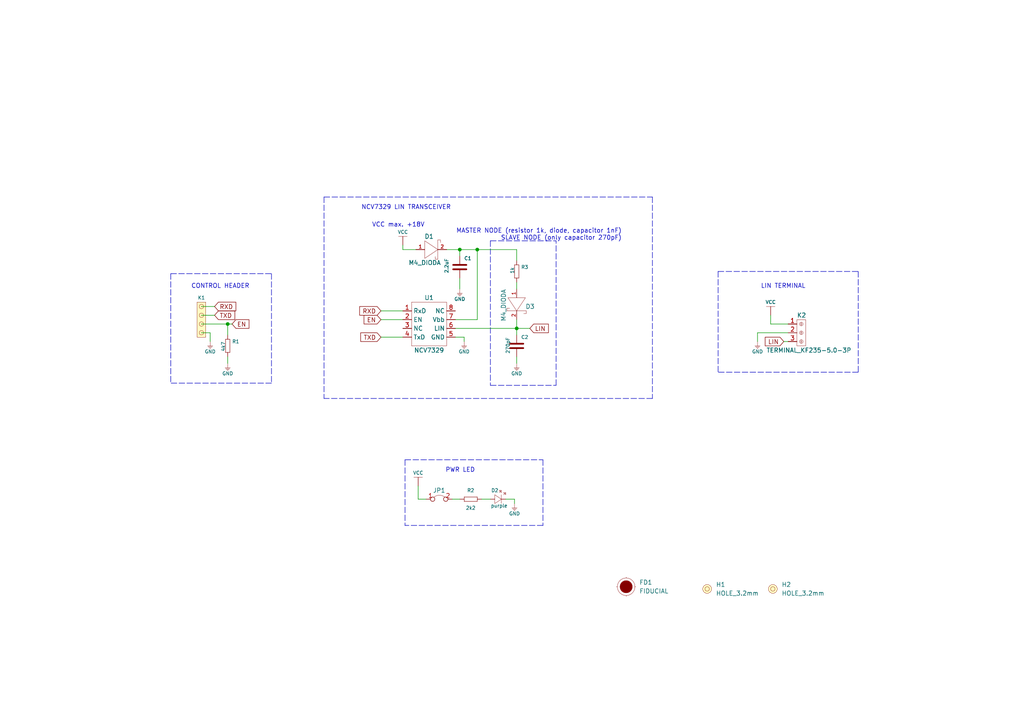
<source format=kicad_sch>
(kicad_sch (version 20211123) (generator eeschema)

  (uuid 76e213fa-eed6-4aa1-8abf-d226fe335ff2)

  (paper "A4")

  (title_block
    (title "LIN Transceiver NCV7329 MASTER breakout")
    (date "2021-07-14")
    (rev "V1.1.1.")
    (company "SOLDERED")
    (comment 1 "333026")
  )

  (lib_symbols
    (symbol "e-radionica.com schematics:0402LED" (pin_numbers hide) (pin_names (offset 0.254) hide) (in_bom yes) (on_board yes)
      (property "Reference" "D" (id 0) (at -0.635 2.54 0)
        (effects (font (size 1 1)))
      )
      (property "Value" "0402LED" (id 1) (at 0 -2.54 0)
        (effects (font (size 1 1)))
      )
      (property "Footprint" "e-radionica.com footprinti:0402LED" (id 2) (at 0 5.08 0)
        (effects (font (size 1 1)) hide)
      )
      (property "Datasheet" "" (id 3) (at 0 0 0)
        (effects (font (size 1 1)) hide)
      )
      (symbol "0402LED_0_1"
        (polyline
          (pts
            (xy -0.635 1.27)
            (xy 1.27 0)
          )
          (stroke (width 0.0006) (type default) (color 0 0 0 0))
          (fill (type none))
        )
        (polyline
          (pts
            (xy 0.635 1.905)
            (xy 1.27 2.54)
          )
          (stroke (width 0.0006) (type default) (color 0 0 0 0))
          (fill (type none))
        )
        (polyline
          (pts
            (xy 1.27 1.27)
            (xy 1.27 -1.27)
          )
          (stroke (width 0.0006) (type default) (color 0 0 0 0))
          (fill (type none))
        )
        (polyline
          (pts
            (xy 1.905 1.27)
            (xy 2.54 1.905)
          )
          (stroke (width 0.0006) (type default) (color 0 0 0 0))
          (fill (type none))
        )
        (polyline
          (pts
            (xy -0.635 1.27)
            (xy -0.635 -1.27)
            (xy 1.27 0)
          )
          (stroke (width 0.0006) (type default) (color 0 0 0 0))
          (fill (type none))
        )
        (polyline
          (pts
            (xy 1.27 2.54)
            (xy 0.635 2.54)
            (xy 1.27 1.905)
            (xy 1.27 2.54)
          )
          (stroke (width 0.0006) (type default) (color 0 0 0 0))
          (fill (type none))
        )
        (polyline
          (pts
            (xy 2.54 1.905)
            (xy 1.905 1.905)
            (xy 2.54 1.27)
            (xy 2.54 1.905)
          )
          (stroke (width 0.0006) (type default) (color 0 0 0 0))
          (fill (type none))
        )
      )
      (symbol "0402LED_1_1"
        (pin passive line (at -1.905 0 0) (length 1.27)
          (name "A" (effects (font (size 1.27 1.27))))
          (number "1" (effects (font (size 1.27 1.27))))
        )
        (pin passive line (at 2.54 0 180) (length 1.27)
          (name "K" (effects (font (size 1.27 1.27))))
          (number "2" (effects (font (size 1.27 1.27))))
        )
      )
    )
    (symbol "e-radionica.com schematics:0402R" (pin_numbers hide) (pin_names (offset 0.254)) (in_bom yes) (on_board yes)
      (property "Reference" "R" (id 0) (at -1.905 1.27 0)
        (effects (font (size 1 1)))
      )
      (property "Value" "0402R" (id 1) (at 0 -1.27 0)
        (effects (font (size 1 1)))
      )
      (property "Footprint" "e-radionica.com footprinti:0402R" (id 2) (at -2.54 1.905 0)
        (effects (font (size 1 1)) hide)
      )
      (property "Datasheet" "" (id 3) (at -2.54 1.905 0)
        (effects (font (size 1 1)) hide)
      )
      (symbol "0402R_0_1"
        (rectangle (start -1.905 -0.635) (end 1.905 -0.6604)
          (stroke (width 0.1) (type default) (color 0 0 0 0))
          (fill (type none))
        )
        (rectangle (start -1.905 0.635) (end -1.8796 -0.635)
          (stroke (width 0.1) (type default) (color 0 0 0 0))
          (fill (type none))
        )
        (rectangle (start -1.905 0.635) (end 1.905 0.6096)
          (stroke (width 0.1) (type default) (color 0 0 0 0))
          (fill (type none))
        )
        (rectangle (start 1.905 0.635) (end 1.9304 -0.635)
          (stroke (width 0.1) (type default) (color 0 0 0 0))
          (fill (type none))
        )
      )
      (symbol "0402R_1_1"
        (pin passive line (at -3.175 0 0) (length 1.27)
          (name "~" (effects (font (size 1.27 1.27))))
          (number "1" (effects (font (size 1.27 1.27))))
        )
        (pin passive line (at 3.175 0 180) (length 1.27)
          (name "~" (effects (font (size 1.27 1.27))))
          (number "2" (effects (font (size 1.27 1.27))))
        )
      )
    )
    (symbol "e-radionica.com schematics:0603C" (pin_numbers hide) (pin_names (offset 0.002)) (in_bom yes) (on_board yes)
      (property "Reference" "C" (id 0) (at -0.635 3.175 0)
        (effects (font (size 1 1)))
      )
      (property "Value" "0603C" (id 1) (at 0 -3.175 0)
        (effects (font (size 1 1)))
      )
      (property "Footprint" "e-radionica.com footprinti:0603C" (id 2) (at 0 0 0)
        (effects (font (size 1 1)) hide)
      )
      (property "Datasheet" "" (id 3) (at 0 0 0)
        (effects (font (size 1 1)) hide)
      )
      (symbol "0603C_0_1"
        (polyline
          (pts
            (xy -0.635 1.905)
            (xy -0.635 -1.905)
          )
          (stroke (width 0.5) (type default) (color 0 0 0 0))
          (fill (type none))
        )
        (polyline
          (pts
            (xy 0.635 1.905)
            (xy 0.635 -1.905)
          )
          (stroke (width 0.5) (type default) (color 0 0 0 0))
          (fill (type none))
        )
      )
      (symbol "0603C_1_1"
        (pin passive line (at -3.175 0 0) (length 2.54)
          (name "~" (effects (font (size 1.27 1.27))))
          (number "1" (effects (font (size 1.27 1.27))))
        )
        (pin passive line (at 3.175 0 180) (length 2.54)
          (name "~" (effects (font (size 1.27 1.27))))
          (number "2" (effects (font (size 1.27 1.27))))
        )
      )
    )
    (symbol "e-radionica.com schematics:0603R" (pin_numbers hide) (pin_names (offset 0.254)) (in_bom yes) (on_board yes)
      (property "Reference" "R" (id 0) (at -1.905 1.905 0)
        (effects (font (size 1 1)))
      )
      (property "Value" "0603R" (id 1) (at 0 -1.905 0)
        (effects (font (size 1 1)))
      )
      (property "Footprint" "e-radionica.com footprinti:0603R" (id 2) (at -0.635 1.905 0)
        (effects (font (size 1 1)) hide)
      )
      (property "Datasheet" "" (id 3) (at -0.635 1.905 0)
        (effects (font (size 1 1)) hide)
      )
      (symbol "0603R_0_1"
        (rectangle (start -1.905 -0.635) (end 1.905 -0.6604)
          (stroke (width 0.1) (type default) (color 0 0 0 0))
          (fill (type none))
        )
        (rectangle (start -1.905 0.635) (end -1.8796 -0.635)
          (stroke (width 0.1) (type default) (color 0 0 0 0))
          (fill (type none))
        )
        (rectangle (start -1.905 0.635) (end 1.905 0.6096)
          (stroke (width 0.1) (type default) (color 0 0 0 0))
          (fill (type none))
        )
        (rectangle (start 1.905 0.635) (end 1.9304 -0.635)
          (stroke (width 0.1) (type default) (color 0 0 0 0))
          (fill (type none))
        )
      )
      (symbol "0603R_1_1"
        (pin passive line (at -3.175 0 0) (length 1.27)
          (name "~" (effects (font (size 1.27 1.27))))
          (number "1" (effects (font (size 1.27 1.27))))
        )
        (pin passive line (at 3.175 0 180) (length 1.27)
          (name "~" (effects (font (size 1.27 1.27))))
          (number "2" (effects (font (size 1.27 1.27))))
        )
      )
    )
    (symbol "e-radionica.com schematics:FIDUCIAL" (in_bom yes) (on_board yes)
      (property "Reference" "FD" (id 0) (at 0 3.81 0)
        (effects (font (size 1.27 1.27)))
      )
      (property "Value" "FIDUCIAL" (id 1) (at 0 -3.81 0)
        (effects (font (size 1.27 1.27)))
      )
      (property "Footprint" "e-radionica.com footprinti:FIDUCIAL_23" (id 2) (at 0.254 -5.334 0)
        (effects (font (size 1.27 1.27)) hide)
      )
      (property "Datasheet" "" (id 3) (at 0 0 0)
        (effects (font (size 1.27 1.27)) hide)
      )
      (symbol "FIDUCIAL_0_1"
        (polyline
          (pts
            (xy -2.54 0)
            (xy -2.794 0)
          )
          (stroke (width 0.0006) (type default) (color 0 0 0 0))
          (fill (type none))
        )
        (polyline
          (pts
            (xy 0 -2.54)
            (xy 0 -2.794)
          )
          (stroke (width 0.0006) (type default) (color 0 0 0 0))
          (fill (type none))
        )
        (polyline
          (pts
            (xy 0 2.54)
            (xy 0 2.794)
          )
          (stroke (width 0.0006) (type default) (color 0 0 0 0))
          (fill (type none))
        )
        (polyline
          (pts
            (xy 2.54 0)
            (xy 2.794 0)
          )
          (stroke (width 0.0006) (type default) (color 0 0 0 0))
          (fill (type none))
        )
        (circle (center 0 0) (radius 1.7961)
          (stroke (width 0.001) (type default) (color 0 0 0 0))
          (fill (type outline))
        )
        (circle (center 0 0) (radius 2.54)
          (stroke (width 0.0006) (type default) (color 0 0 0 0))
          (fill (type none))
        )
      )
    )
    (symbol "e-radionica.com schematics:GND_3" (power) (pin_names (offset 0)) (in_bom yes) (on_board yes)
      (property "Reference" "#PWR" (id 0) (at 4.445 0 0)
        (effects (font (size 1 1)) hide)
      )
      (property "Value" "GND" (id 1) (at 0 -2.921 0)
        (effects (font (size 1 1)))
      )
      (property "Footprint" "" (id 2) (at 4.445 3.81 0)
        (effects (font (size 1 1)) hide)
      )
      (property "Datasheet" "" (id 3) (at 4.445 3.81 0)
        (effects (font (size 1 1)) hide)
      )
      (property "ki_keywords" "power-flag" (id 4) (at 0 0 0)
        (effects (font (size 1.27 1.27)) hide)
      )
      (property "ki_description" "Power symbol creates a global label with name \"+3V3\"" (id 5) (at 0 0 0)
        (effects (font (size 1.27 1.27)) hide)
      )
      (symbol "GND_3_0_1"
        (polyline
          (pts
            (xy -0.762 -1.27)
            (xy 0.762 -1.27)
          )
          (stroke (width 0.0006) (type default) (color 0 0 0 0))
          (fill (type none))
        )
        (polyline
          (pts
            (xy -0.635 -1.524)
            (xy 0.635 -1.524)
          )
          (stroke (width 0.0006) (type default) (color 0 0 0 0))
          (fill (type none))
        )
        (polyline
          (pts
            (xy -0.381 -1.778)
            (xy 0.381 -1.778)
          )
          (stroke (width 0.0006) (type default) (color 0 0 0 0))
          (fill (type none))
        )
        (polyline
          (pts
            (xy -0.127 -2.032)
            (xy 0.127 -2.032)
          )
          (stroke (width 0.0006) (type default) (color 0 0 0 0))
          (fill (type none))
        )
        (polyline
          (pts
            (xy 0 0)
            (xy 0 -1.27)
          )
          (stroke (width 0.0006) (type default) (color 0 0 0 0))
          (fill (type none))
        )
      )
      (symbol "GND_3_1_1"
        (pin power_in line (at 0 0 270) (length 0) hide
          (name "GND" (effects (font (size 1.27 1.27))))
          (number "1" (effects (font (size 1.27 1.27))))
        )
      )
    )
    (symbol "e-radionica.com schematics:HEADER_MALE_4X1" (pin_numbers hide) (pin_names hide) (in_bom yes) (on_board yes)
      (property "Reference" "K" (id 0) (at -0.635 7.62 0)
        (effects (font (size 1 1)))
      )
      (property "Value" "HEADER_MALE_4X1" (id 1) (at 0 -5.08 0)
        (effects (font (size 1 1)))
      )
      (property "Footprint" "e-radionica.com footprinti:HEADER_MALE_4X1" (id 2) (at 0 -2.54 0)
        (effects (font (size 1 1)) hide)
      )
      (property "Datasheet" "" (id 3) (at 0 -2.54 0)
        (effects (font (size 1 1)) hide)
      )
      (symbol "HEADER_MALE_4X1_0_1"
        (circle (center 0 -2.54) (radius 0.635)
          (stroke (width 0.0006) (type default) (color 0 0 0 0))
          (fill (type none))
        )
        (circle (center 0 0) (radius 0.635)
          (stroke (width 0.0006) (type default) (color 0 0 0 0))
          (fill (type none))
        )
        (circle (center 0 2.54) (radius 0.635)
          (stroke (width 0.0006) (type default) (color 0 0 0 0))
          (fill (type none))
        )
        (circle (center 0 5.08) (radius 0.635)
          (stroke (width 0.0006) (type default) (color 0 0 0 0))
          (fill (type none))
        )
        (rectangle (start 1.27 -3.81) (end -1.27 6.35)
          (stroke (width 0.001) (type default) (color 0 0 0 0))
          (fill (type background))
        )
      )
      (symbol "HEADER_MALE_4X1_1_1"
        (pin passive line (at 0 -2.54 180) (length 0)
          (name "~" (effects (font (size 1 1))))
          (number "1" (effects (font (size 1 1))))
        )
        (pin passive line (at 0 0 180) (length 0)
          (name "~" (effects (font (size 1 1))))
          (number "2" (effects (font (size 1 1))))
        )
        (pin passive line (at 0 2.54 180) (length 0)
          (name "~" (effects (font (size 1 1))))
          (number "3" (effects (font (size 1 1))))
        )
        (pin passive line (at 0 5.08 180) (length 0)
          (name "~" (effects (font (size 1 1))))
          (number "4" (effects (font (size 1 1))))
        )
      )
    )
    (symbol "e-radionica.com schematics:HOLE_3.2mm" (pin_numbers hide) (pin_names hide) (in_bom yes) (on_board yes)
      (property "Reference" "H" (id 0) (at 0 2.54 0)
        (effects (font (size 1.27 1.27)))
      )
      (property "Value" "HOLE_3.2mm" (id 1) (at 0 -2.54 0)
        (effects (font (size 1.27 1.27)))
      )
      (property "Footprint" "e-radionica.com footprinti:HOLE_3.2mm" (id 2) (at 0 0 0)
        (effects (font (size 1.27 1.27)) hide)
      )
      (property "Datasheet" "" (id 3) (at 0 0 0)
        (effects (font (size 1.27 1.27)) hide)
      )
      (symbol "HOLE_3.2mm_0_1"
        (circle (center 0 0) (radius 0.635)
          (stroke (width 0.0006) (type default) (color 0 0 0 0))
          (fill (type none))
        )
        (circle (center 0 0) (radius 1.27)
          (stroke (width 0.001) (type default) (color 0 0 0 0))
          (fill (type background))
        )
      )
    )
    (symbol "e-radionica.com schematics:M4_DIODA" (pin_names hide) (in_bom yes) (on_board yes)
      (property "Reference" "D" (id 0) (at 0 3.81 0)
        (effects (font (size 1.27 1.27)))
      )
      (property "Value" "M4_DIODA" (id 1) (at 0 -4.572 0)
        (effects (font (size 1.27 1.27)))
      )
      (property "Footprint" "e-radionica.com footprinti:M4_DIODA" (id 2) (at 0 -6.35 0)
        (effects (font (size 1.27 1.27)) hide)
      )
      (property "Datasheet" "" (id 3) (at 0 0 0)
        (effects (font (size 1.27 1.27)) hide)
      )
      (symbol "M4_DIODA_0_1"
        (polyline
          (pts
            (xy -2.54 2.54)
            (xy -2.54 -2.54)
            (xy 1.27 0)
            (xy -2.54 2.54)
          )
          (stroke (width 0.0006) (type default) (color 0 0 0 0))
          (fill (type none))
        )
        (polyline
          (pts
            (xy 1.27 2.794)
            (xy 1.27 -2.794)
            (xy 0.508 -2.794)
            (xy 0.508 -2.032)
          )
          (stroke (width 0.0006) (type default) (color 0 0 0 0))
          (fill (type none))
        )
        (polyline
          (pts
            (xy 1.27 2.794)
            (xy 2.032 2.794)
            (xy 2.032 2.032)
            (xy 2.032 2.54)
          )
          (stroke (width 0.0006) (type default) (color 0 0 0 0))
          (fill (type none))
        )
      )
      (symbol "M4_DIODA_1_1"
        (pin passive line (at -5.08 0 0) (length 2.54)
          (name "A" (effects (font (size 1 1))))
          (number "1" (effects (font (size 1 1))))
        )
        (pin passive line (at 3.81 0 180) (length 2.54)
          (name "K" (effects (font (size 1 1))))
          (number "2" (effects (font (size 1 1))))
        )
      )
    )
    (symbol "e-radionica.com schematics:NCV7329" (in_bom yes) (on_board yes)
      (property "Reference" "U" (id 0) (at 0 7.62 0)
        (effects (font (size 1.27 1.27)))
      )
      (property "Value" "NCV7329" (id 1) (at 0 -7.62 0)
        (effects (font (size 1.27 1.27)))
      )
      (property "Footprint" "e-radionica.com footprinti:SOIC−8" (id 2) (at 0 -5.08 0)
        (effects (font (size 1.27 1.27)) hide)
      )
      (property "Datasheet" "" (id 3) (at 0 -5.08 0)
        (effects (font (size 1.27 1.27)) hide)
      )
      (symbol "NCV7329_0_1"
        (rectangle (start -5.08 6.35) (end 5.08 -6.35)
          (stroke (width 0.0006) (type default) (color 0 0 0 0))
          (fill (type none))
        )
      )
      (symbol "NCV7329_1_1"
        (pin passive line (at -7.62 3.81 0) (length 2.54)
          (name "RxD" (effects (font (size 1.27 1.27))))
          (number "1" (effects (font (size 1.27 1.27))))
        )
        (pin passive line (at -7.62 1.27 0) (length 2.54)
          (name "EN" (effects (font (size 1.27 1.27))))
          (number "2" (effects (font (size 1.27 1.27))))
        )
        (pin passive line (at -7.62 -1.27 0) (length 2.54)
          (name "NC" (effects (font (size 1.27 1.27))))
          (number "3" (effects (font (size 1.27 1.27))))
        )
        (pin passive line (at -7.62 -3.81 0) (length 2.54)
          (name "TxD" (effects (font (size 1.27 1.27))))
          (number "4" (effects (font (size 1.27 1.27))))
        )
        (pin passive line (at 7.62 -3.81 180) (length 2.54)
          (name "GND" (effects (font (size 1.27 1.27))))
          (number "5" (effects (font (size 1.27 1.27))))
        )
        (pin passive line (at 7.62 -1.27 180) (length 2.54)
          (name "LIN" (effects (font (size 1.27 1.27))))
          (number "6" (effects (font (size 1.27 1.27))))
        )
        (pin passive line (at 7.62 1.27 180) (length 2.54)
          (name "Vbb" (effects (font (size 1.27 1.27))))
          (number "7" (effects (font (size 1.27 1.27))))
        )
        (pin passive line (at 7.62 3.81 180) (length 2.54)
          (name "NC" (effects (font (size 1.27 1.27))))
          (number "8" (effects (font (size 1.27 1.27))))
        )
      )
    )
    (symbol "e-radionica.com schematics:SMD-JUMPER-CONNECTED_TRACE_SLODERMASK" (in_bom yes) (on_board yes)
      (property "Reference" "JP" (id 0) (at 0 3.556 0)
        (effects (font (size 1.27 1.27)))
      )
      (property "Value" "SMD-JUMPER-CONNECTED_TRACE_SLODERMASK" (id 1) (at 0 -2.54 0)
        (effects (font (size 1.27 1.27)))
      )
      (property "Footprint" "e-radionica.com footprinti:SMD-JUMPER-CONNECTED_TRACE_SLODERMASK" (id 2) (at 0 -5.715 0)
        (effects (font (size 1.27 1.27)) hide)
      )
      (property "Datasheet" "" (id 3) (at 0 0 0)
        (effects (font (size 1.27 1.27)) hide)
      )
      (symbol "SMD-JUMPER-CONNECTED_TRACE_SLODERMASK_0_1"
        (arc (start 1.397 0.5842) (mid -0.2077 1.1365) (end -1.8034 0.5588)
          (stroke (width 0.0006) (type default) (color 0 0 0 0))
          (fill (type none))
        )
      )
      (symbol "SMD-JUMPER-CONNECTED_TRACE_SLODERMASK_1_1"
        (pin passive inverted (at -4.064 0 0) (length 2.54)
          (name "" (effects (font (size 1.27 1.27))))
          (number "1" (effects (font (size 1.27 1.27))))
        )
        (pin passive inverted (at 3.556 0 180) (length 2.54)
          (name "" (effects (font (size 1.27 1.27))))
          (number "2" (effects (font (size 1.27 1.27))))
        )
      )
    )
    (symbol "e-radionica.com schematics:TERMINAL_KF235-5.0-3P" (in_bom yes) (on_board yes)
      (property "Reference" "K" (id 0) (at 0 5.08 0)
        (effects (font (size 1.27 1.27)))
      )
      (property "Value" "TERMINAL_KF235-5.0-3P" (id 1) (at 0 -5.08 0)
        (effects (font (size 1.27 1.27)))
      )
      (property "Footprint" "e-radionica.com footprinti:TERMINAL_KF235-5.0-3P" (id 2) (at 0 -7.62 0)
        (effects (font (size 1.27 1.27)) hide)
      )
      (property "Datasheet" "" (id 3) (at 0 0 0)
        (effects (font (size 1.27 1.27)) hide)
      )
      (symbol "TERMINAL_KF235-5.0-3P_0_1"
        (rectangle (start -1.27 3.81) (end 1.27 -3.81)
          (stroke (width 0.0006) (type default) (color 0 0 0 0))
          (fill (type none))
        )
        (circle (center 0 -2.54) (radius 0.508)
          (stroke (width 0.0006) (type default) (color 0 0 0 0))
          (fill (type none))
        )
        (polyline
          (pts
            (xy -0.254 -2.54)
            (xy 0.254 -2.54)
          )
          (stroke (width 0.0006) (type default) (color 0 0 0 0))
          (fill (type none))
        )
        (polyline
          (pts
            (xy -0.254 0)
            (xy 0.254 0)
          )
          (stroke (width 0.0006) (type default) (color 0 0 0 0))
          (fill (type none))
        )
        (polyline
          (pts
            (xy -0.254 2.54)
            (xy 0.254 2.54)
          )
          (stroke (width 0.0006) (type default) (color 0 0 0 0))
          (fill (type none))
        )
        (polyline
          (pts
            (xy 0 -2.032)
            (xy 0 -3.048)
          )
          (stroke (width 0.0006) (type default) (color 0 0 0 0))
          (fill (type none))
        )
        (polyline
          (pts
            (xy 0 0.508)
            (xy 0 -0.508)
          )
          (stroke (width 0.0006) (type default) (color 0 0 0 0))
          (fill (type none))
        )
        (polyline
          (pts
            (xy 0 3.048)
            (xy 0 2.032)
          )
          (stroke (width 0.0006) (type default) (color 0 0 0 0))
          (fill (type none))
        )
        (circle (center 0 0) (radius 0.508)
          (stroke (width 0.0006) (type default) (color 0 0 0 0))
          (fill (type none))
        )
        (circle (center 0 2.54) (radius 0.508)
          (stroke (width 0.0006) (type default) (color 0 0 0 0))
          (fill (type none))
        )
      )
      (symbol "TERMINAL_KF235-5.0-3P_1_1"
        (pin input line (at -3.81 2.54 0) (length 2.54)
          (name "~" (effects (font (size 1.27 1.27))))
          (number "1" (effects (font (size 1.27 1.27))))
        )
        (pin input line (at -3.81 0 0) (length 2.54)
          (name "~" (effects (font (size 1.27 1.27))))
          (number "2" (effects (font (size 1.27 1.27))))
        )
        (pin input line (at -3.81 -2.54 0) (length 2.54)
          (name "~" (effects (font (size 1.27 1.27))))
          (number "3" (effects (font (size 1.27 1.27))))
        )
      )
    )
    (symbol "e-radionica.com schematics:VCC" (power) (pin_names (offset 0)) (in_bom yes) (on_board yes)
      (property "Reference" "#PWR" (id 0) (at 4.445 0 0)
        (effects (font (size 1 1)) hide)
      )
      (property "Value" "VCC" (id 1) (at 0 3.556 0)
        (effects (font (size 1 1)))
      )
      (property "Footprint" "" (id 2) (at 4.445 3.81 0)
        (effects (font (size 1 1)) hide)
      )
      (property "Datasheet" "" (id 3) (at 4.445 3.81 0)
        (effects (font (size 1 1)) hide)
      )
      (property "ki_keywords" "power-flag" (id 4) (at 0 0 0)
        (effects (font (size 1.27 1.27)) hide)
      )
      (property "ki_description" "Power symbol creates a global label with name \"+3V3\"" (id 5) (at 0 0 0)
        (effects (font (size 1.27 1.27)) hide)
      )
      (symbol "VCC_0_1"
        (polyline
          (pts
            (xy -1.27 2.54)
            (xy 1.27 2.54)
          )
          (stroke (width 0.0006) (type default) (color 0 0 0 0))
          (fill (type none))
        )
        (polyline
          (pts
            (xy 0 0)
            (xy 0 2.54)
          )
          (stroke (width 0) (type default) (color 0 0 0 0))
          (fill (type none))
        )
      )
      (symbol "VCC_1_1"
        (pin power_in line (at 0 0 90) (length 0) hide
          (name "VCC" (effects (font (size 1.27 1.27))))
          (number "1" (effects (font (size 1.27 1.27))))
        )
      )
    )
  )

  (junction (at 66.04 93.98) (diameter 0.9144) (color 0 0 0 0)
    (uuid a3e4f0ae-9f86-49e9-b386-ed8b42e012fb)
  )
  (junction (at 133.35 72.39) (diameter 0.9144) (color 0 0 0 0)
    (uuid a690fc6c-55d9-47e6-b533-faa4b67e20f3)
  )
  (junction (at 138.43 72.39) (diameter 0.9144) (color 0 0 0 0)
    (uuid c144caa5-b0d4-4cef-840a-d4ad178a2102)
  )
  (junction (at 149.86 95.25) (diameter 0.9144) (color 0 0 0 0)
    (uuid efeac2a2-7682-4dc7-83ee-f6f1b23da506)
  )

  (wire (pts (xy 66.04 93.98) (xy 66.04 97.155))
    (stroke (width 0) (type solid) (color 0 0 0 0))
    (uuid 06fb5969-6c78-40ee-a0c8-761f30697971)
  )
  (wire (pts (xy 149.225 144.78) (xy 146.685 144.78))
    (stroke (width 0) (type solid) (color 0 0 0 0))
    (uuid 2061ba58-9d90-4ba6-997c-3e8ae190b022)
  )
  (polyline (pts (xy 49.53 79.375) (xy 49.53 111.125))
    (stroke (width 0) (type dash) (color 0 0 0 0))
    (uuid 23440022-fa92-46ea-bf31-71f02f41c12a)
  )
  (polyline (pts (xy 49.53 79.375) (xy 78.74 79.375))
    (stroke (width 0) (type dash) (color 0 0 0 0))
    (uuid 23440022-fa92-46ea-bf31-71f02f41c12b)
  )
  (polyline (pts (xy 78.74 79.375) (xy 78.74 111.125))
    (stroke (width 0) (type dash) (color 0 0 0 0))
    (uuid 23440022-fa92-46ea-bf31-71f02f41c12c)
  )
  (polyline (pts (xy 78.74 111.125) (xy 49.53 111.125))
    (stroke (width 0) (type dash) (color 0 0 0 0))
    (uuid 23440022-fa92-46ea-bf31-71f02f41c12d)
  )

  (wire (pts (xy 66.04 103.505) (xy 66.04 105.41))
    (stroke (width 0) (type solid) (color 0 0 0 0))
    (uuid 2d086919-3634-4eca-9ac1-5234112016ae)
  )
  (wire (pts (xy 133.35 72.39) (xy 133.35 74.295))
    (stroke (width 0) (type solid) (color 0 0 0 0))
    (uuid 2d7ae0bd-0007-4297-8e05-32320efa073c)
  )
  (wire (pts (xy 139.7 144.78) (xy 142.24 144.78))
    (stroke (width 0) (type solid) (color 0 0 0 0))
    (uuid 3014cdde-82b5-4ef5-897d-cacb87f41049)
  )
  (wire (pts (xy 133.35 80.645) (xy 133.35 83.82))
    (stroke (width 0) (type solid) (color 0 0 0 0))
    (uuid 304d1f9f-0ae6-4c09-a682-f1f13aaf4502)
  )
  (polyline (pts (xy 157.48 152.4) (xy 117.475 152.4))
    (stroke (width 0) (type dash) (color 0 0 0 0))
    (uuid 3d2de0fd-bc6c-4027-810f-517044b13d39)
  )
  (polyline (pts (xy 117.475 133.35) (xy 117.475 152.4))
    (stroke (width 0) (type dash) (color 0 0 0 0))
    (uuid 3f66f442-15ec-4aa8-a5cc-ac7bdab6eb36)
  )

  (wire (pts (xy 149.86 81.915) (xy 149.86 83.82))
    (stroke (width 0) (type solid) (color 0 0 0 0))
    (uuid 47daae16-1a84-482c-9aff-6d9858b12418)
  )
  (wire (pts (xy 123.571 144.78) (xy 121.285 144.78))
    (stroke (width 0) (type solid) (color 0 0 0 0))
    (uuid 50b05092-e69d-4444-85d6-64e5700df657)
  )
  (polyline (pts (xy 157.48 133.35) (xy 157.48 152.4))
    (stroke (width 0) (type dash) (color 0 0 0 0))
    (uuid 5bbaa458-5b9f-433b-a81f-a32d41d12b60)
  )

  (wire (pts (xy 132.08 97.79) (xy 134.62 97.79))
    (stroke (width 0) (type solid) (color 0 0 0 0))
    (uuid 616833f0-50f4-4153-8dca-2f88b1181e2a)
  )
  (wire (pts (xy 134.62 97.79) (xy 134.62 99.06))
    (stroke (width 0) (type solid) (color 0 0 0 0))
    (uuid 616833f0-50f4-4153-8dca-2f88b1181e2b)
  )
  (wire (pts (xy 58.42 91.44) (xy 62.23 91.44))
    (stroke (width 0) (type solid) (color 0 0 0 0))
    (uuid 69bb6de3-dcd8-4af3-8aa6-fa27cefa55ca)
  )
  (polyline (pts (xy 93.98 57.15) (xy 93.98 115.57))
    (stroke (width 0) (type dash) (color 0 0 0 0))
    (uuid 69d27d24-ae59-4de5-9fdc-3517e56e3790)
  )
  (polyline (pts (xy 93.98 57.15) (xy 189.23 57.15))
    (stroke (width 0) (type dash) (color 0 0 0 0))
    (uuid 69d27d24-ae59-4de5-9fdc-3517e56e3791)
  )
  (polyline (pts (xy 189.23 57.15) (xy 189.23 115.57))
    (stroke (width 0) (type dash) (color 0 0 0 0))
    (uuid 69d27d24-ae59-4de5-9fdc-3517e56e3792)
  )
  (polyline (pts (xy 189.23 115.57) (xy 93.98 115.57))
    (stroke (width 0) (type dash) (color 0 0 0 0))
    (uuid 69d27d24-ae59-4de5-9fdc-3517e56e3793)
  )

  (wire (pts (xy 58.42 88.9) (xy 62.23 88.9))
    (stroke (width 0) (type solid) (color 0 0 0 0))
    (uuid 6a775b72-965d-4302-8b11-35e9ad6c9ad0)
  )
  (wire (pts (xy 219.71 96.52) (xy 219.71 99.06))
    (stroke (width 0) (type solid) (color 0 0 0 0))
    (uuid 6abdc944-974a-491e-9ca7-a631e073f063)
  )
  (wire (pts (xy 219.71 96.52) (xy 228.6 96.52))
    (stroke (width 0) (type solid) (color 0 0 0 0))
    (uuid 6abdc944-974a-491e-9ca7-a631e073f064)
  )
  (polyline (pts (xy 117.475 133.35) (xy 157.48 133.35))
    (stroke (width 0) (type dash) (color 0 0 0 0))
    (uuid 6b84f910-ee66-4561-9dba-15e8b58fc4ff)
  )

  (wire (pts (xy 110.49 90.17) (xy 116.84 90.17))
    (stroke (width 0) (type solid) (color 0 0 0 0))
    (uuid 7f30784b-1f64-413d-8463-cf7b3c93f3e2)
  )
  (wire (pts (xy 116.84 72.39) (xy 116.84 71.12))
    (stroke (width 0) (type solid) (color 0 0 0 0))
    (uuid 8a4730f9-71ca-41ec-917d-8ec3eaba4564)
  )
  (wire (pts (xy 120.65 72.39) (xy 116.84 72.39))
    (stroke (width 0) (type solid) (color 0 0 0 0))
    (uuid 8a4730f9-71ca-41ec-917d-8ec3eaba4565)
  )
  (wire (pts (xy 149.225 144.78) (xy 149.225 146.05))
    (stroke (width 0) (type solid) (color 0 0 0 0))
    (uuid 901a42df-7872-4d66-8df2-445fdaed839f)
  )
  (wire (pts (xy 132.08 95.25) (xy 149.86 95.25))
    (stroke (width 0) (type solid) (color 0 0 0 0))
    (uuid 9e8b2346-c468-47e2-b53f-1e3e64503f68)
  )
  (wire (pts (xy 149.86 95.25) (xy 149.86 92.71))
    (stroke (width 0) (type solid) (color 0 0 0 0))
    (uuid 9e8b2346-c468-47e2-b53f-1e3e64503f69)
  )
  (wire (pts (xy 138.43 72.39) (xy 138.43 92.71))
    (stroke (width 0) (type solid) (color 0 0 0 0))
    (uuid a44b84ea-f754-4a2e-894b-26be37b13950)
  )
  (wire (pts (xy 138.43 92.71) (xy 132.08 92.71))
    (stroke (width 0) (type solid) (color 0 0 0 0))
    (uuid a44b84ea-f754-4a2e-894b-26be37b13951)
  )
  (wire (pts (xy 131.191 144.78) (xy 133.35 144.78))
    (stroke (width 0) (type solid) (color 0 0 0 0))
    (uuid ae10e11d-3a72-4245-a4fc-13f370b3db38)
  )
  (polyline (pts (xy 142.24 69.85) (xy 142.24 111.76))
    (stroke (width 0) (type dash) (color 0 0 0 0))
    (uuid af77440c-2803-47eb-a6bc-73b434ebc654)
  )
  (polyline (pts (xy 142.24 69.85) (xy 161.29 69.85))
    (stroke (width 0) (type dash) (color 0 0 0 0))
    (uuid af77440c-2803-47eb-a6bc-73b434ebc655)
  )
  (polyline (pts (xy 142.24 111.76) (xy 161.29 111.76))
    (stroke (width 0) (type dash) (color 0 0 0 0))
    (uuid af77440c-2803-47eb-a6bc-73b434ebc656)
  )
  (polyline (pts (xy 161.29 111.76) (xy 161.29 69.85))
    (stroke (width 0) (type dash) (color 0 0 0 0))
    (uuid af77440c-2803-47eb-a6bc-73b434ebc657)
  )
  (polyline (pts (xy 208.28 78.74) (xy 208.28 107.95))
    (stroke (width 0) (type dash) (color 0 0 0 0))
    (uuid b3f09ed6-783a-493e-b01d-a74f28b90146)
  )
  (polyline (pts (xy 208.28 78.74) (xy 248.92 78.74))
    (stroke (width 0) (type dash) (color 0 0 0 0))
    (uuid b3f09ed6-783a-493e-b01d-a74f28b90147)
  )
  (polyline (pts (xy 248.92 78.74) (xy 248.92 107.95))
    (stroke (width 0) (type dash) (color 0 0 0 0))
    (uuid b3f09ed6-783a-493e-b01d-a74f28b90148)
  )
  (polyline (pts (xy 248.92 107.95) (xy 208.28 107.95))
    (stroke (width 0) (type dash) (color 0 0 0 0))
    (uuid b3f09ed6-783a-493e-b01d-a74f28b90149)
  )

  (wire (pts (xy 58.42 96.52) (xy 60.96 96.52))
    (stroke (width 0) (type solid) (color 0 0 0 0))
    (uuid b60c5acf-7839-4d8d-9c1b-d219e58044ee)
  )
  (wire (pts (xy 60.96 96.52) (xy 60.96 99.06))
    (stroke (width 0) (type solid) (color 0 0 0 0))
    (uuid b60c5acf-7839-4d8d-9c1b-d219e58044ef)
  )
  (wire (pts (xy 223.52 93.98) (xy 223.52 91.44))
    (stroke (width 0) (type solid) (color 0 0 0 0))
    (uuid bc6f2ef0-4821-448b-aef4-9dbd6bd154ff)
  )
  (wire (pts (xy 228.6 93.98) (xy 223.52 93.98))
    (stroke (width 0) (type solid) (color 0 0 0 0))
    (uuid bc6f2ef0-4821-448b-aef4-9dbd6bd15500)
  )
  (wire (pts (xy 58.42 93.98) (xy 66.04 93.98))
    (stroke (width 0) (type solid) (color 0 0 0 0))
    (uuid ccfd4ed6-36ee-4304-acc8-2a7750d276b1)
  )
  (wire (pts (xy 66.04 93.98) (xy 67.31 93.98))
    (stroke (width 0) (type solid) (color 0 0 0 0))
    (uuid ccfd4ed6-36ee-4304-acc8-2a7750d276b2)
  )
  (wire (pts (xy 121.285 140.97) (xy 121.285 144.78))
    (stroke (width 0) (type solid) (color 0 0 0 0))
    (uuid d135574b-3dd4-46b7-948d-8609eae83474)
  )
  (wire (pts (xy 110.49 97.79) (xy 116.84 97.79))
    (stroke (width 0) (type solid) (color 0 0 0 0))
    (uuid dff8eb2c-6aca-41f4-9ca3-481bff70ac5a)
  )
  (wire (pts (xy 133.35 72.39) (xy 129.54 72.39))
    (stroke (width 0) (type solid) (color 0 0 0 0))
    (uuid e25dde7a-de32-4f2a-bd42-b6952ccd1e27)
  )
  (wire (pts (xy 138.43 72.39) (xy 133.35 72.39))
    (stroke (width 0) (type solid) (color 0 0 0 0))
    (uuid e25dde7a-de32-4f2a-bd42-b6952ccd1e28)
  )
  (wire (pts (xy 149.86 95.25) (xy 153.67 95.25))
    (stroke (width 0) (type solid) (color 0 0 0 0))
    (uuid e3420765-e308-4b5e-a541-145178eb12fb)
  )
  (wire (pts (xy 149.86 103.505) (xy 149.86 105.41))
    (stroke (width 0) (type solid) (color 0 0 0 0))
    (uuid f0306d0c-ddb4-4546-8bd7-5e50baa9018c)
  )
  (wire (pts (xy 149.86 72.39) (xy 138.43 72.39))
    (stroke (width 0) (type solid) (color 0 0 0 0))
    (uuid f2ebad95-3300-4965-948a-d403fd075032)
  )
  (wire (pts (xy 149.86 75.565) (xy 149.86 72.39))
    (stroke (width 0) (type solid) (color 0 0 0 0))
    (uuid f2ebad95-3300-4965-948a-d403fd075033)
  )
  (wire (pts (xy 149.86 95.25) (xy 149.86 97.155))
    (stroke (width 0) (type solid) (color 0 0 0 0))
    (uuid f922bedf-ae3f-4c72-902f-1d2a8f06bc81)
  )
  (wire (pts (xy 227.33 99.06) (xy 228.6 99.06))
    (stroke (width 0) (type solid) (color 0 0 0 0))
    (uuid fd4ecd03-990b-489d-a454-035bb3c20123)
  )
  (wire (pts (xy 110.49 92.71) (xy 116.84 92.71))
    (stroke (width 0) (type solid) (color 0 0 0 0))
    (uuid fd89b58e-86f5-4877-bc52-23a3a627b853)
  )

  (text "NCV7329 LIN TRANSCEIVER" (at 130.81 60.96 180)
    (effects (font (size 1.27 1.27)) (justify right bottom))
    (uuid 641b1366-44f5-41a7-940b-a613b4d72aee)
  )
  (text "VCC max. +18V" (at 123.19 66.04 180)
    (effects (font (size 1.27 1.27)) (justify right bottom))
    (uuid 659987ce-f0b2-445b-a569-b239c9dcdecb)
  )
  (text "LIN TERMINAL" (at 233.68 83.82 180)
    (effects (font (size 1.27 1.27)) (justify right bottom))
    (uuid 7c2dd623-898d-4cf8-996c-bb410abb8114)
  )
  (text "CONTROL HEADER" (at 72.39 83.82 180)
    (effects (font (size 1.27 1.27)) (justify right bottom))
    (uuid 826d15e0-e17b-48a9-814e-b02d090ec859)
  )
  (text "MASTER NODE (resistor 1k, diode, capacitor 1nF)\nSLAVE NODE (only capacitor 270pF)"
    (at 180.34 69.85 0)
    (effects (font (size 1.27 1.27)) (justify right bottom))
    (uuid e27628d6-433c-4ff3-bc50-dae1132a9fc7)
  )
  (text "PWR LED" (at 137.795 137.16 180)
    (effects (font (size 1.27 1.27)) (justify right bottom))
    (uuid f79fb5d1-9e8a-4340-ae96-72a913a9af8d)
  )

  (global_label "EN" (shape input) (at 110.49 92.71 180)
    (effects (font (size 1.27 1.27)) (justify right))
    (uuid 03143f5d-9ebc-4eab-a227-4246ce962b02)
    (property "Intersheet References" "${INTERSHEET_REFS}" (id 0) (at 104.0734 92.6306 0)
      (effects (font (size 1.27 1.27)) (justify right) hide)
    )
  )
  (global_label "RXD" (shape input) (at 62.23 88.9 0)
    (effects (font (size 1.27 1.27)) (justify left))
    (uuid 0788322f-d128-42f0-a3a8-a2d03de63b5e)
    (property "Intersheet References" "${INTERSHEET_REFS}" (id 0) (at 69.9166 88.9794 0)
      (effects (font (size 1.27 1.27)) (justify left) hide)
    )
  )
  (global_label "LIN" (shape input) (at 153.67 95.25 0)
    (effects (font (size 1.27 1.27)) (justify left))
    (uuid 111a1130-0080-433b-a372-04b1af39a08d)
    (property "Intersheet References" "${INTERSHEET_REFS}" (id 0) (at 160.5704 95.1706 0)
      (effects (font (size 1.27 1.27)) (justify left) hide)
    )
  )
  (global_label "RXD" (shape input) (at 110.49 90.17 180)
    (effects (font (size 1.27 1.27)) (justify right))
    (uuid 38c7f747-e4ea-4b6d-8e73-ccfd40cd04ca)
    (property "Intersheet References" "${INTERSHEET_REFS}" (id 0) (at 102.8034 90.0906 0)
      (effects (font (size 1.27 1.27)) (justify right) hide)
    )
  )
  (global_label "TXD" (shape input) (at 110.49 97.79 180)
    (effects (font (size 1.27 1.27)) (justify right))
    (uuid 583ab378-94ee-4ca1-a866-c9fd90f25ef3)
    (property "Intersheet References" "${INTERSHEET_REFS}" (id 0) (at 103.1058 97.7106 0)
      (effects (font (size 1.27 1.27)) (justify right) hide)
    )
  )
  (global_label "TXD" (shape input) (at 62.23 91.44 0)
    (effects (font (size 1.27 1.27)) (justify left))
    (uuid 7590607b-0d09-4a56-9815-ad881e9da350)
    (property "Intersheet References" "${INTERSHEET_REFS}" (id 0) (at 69.6142 91.5194 0)
      (effects (font (size 1.27 1.27)) (justify left) hide)
    )
  )
  (global_label "LIN" (shape input) (at 227.33 99.06 180)
    (effects (font (size 1.27 1.27)) (justify right))
    (uuid b9f412cf-8be1-4e68-864f-bae895fad6f0)
    (property "Intersheet References" "${INTERSHEET_REFS}" (id 0) (at 220.4296 98.9806 0)
      (effects (font (size 1.27 1.27)) (justify right) hide)
    )
  )
  (global_label "EN" (shape input) (at 67.31 93.98 0)
    (effects (font (size 1.27 1.27)) (justify left))
    (uuid d489b69a-8532-44ac-8656-2bd12526eea6)
    (property "Intersheet References" "${INTERSHEET_REFS}" (id 0) (at 73.7266 94.0594 0)
      (effects (font (size 1.27 1.27)) (justify left) hide)
    )
  )

  (symbol (lib_id "e-radionica.com schematics:0603R") (at 149.86 78.74 90) (unit 1)
    (in_bom yes) (on_board yes)
    (uuid 0f35f4cf-416d-4c64-8454-23721da8b59a)
    (property "Reference" "R3" (id 0) (at 151.13 77.47 90)
      (effects (font (size 1 1)) (justify right))
    )
    (property "Value" "1k" (id 1) (at 148.59 77.47 0)
      (effects (font (size 1 1)) (justify right))
    )
    (property "Footprint" "e-radionica.com footprinti:0603R" (id 2) (at 147.955 79.375 0)
      (effects (font (size 1 1)) hide)
    )
    (property "Datasheet" "" (id 3) (at 147.955 79.375 0)
      (effects (font (size 1 1)) hide)
    )
    (pin "1" (uuid 23aad73b-6ff0-460b-8948-0fff6cd23eae))
    (pin "2" (uuid 73f58e4e-a423-4c87-b120-28f98bcddaed))
  )

  (symbol (lib_id "e-radionica.com schematics:0402LED") (at 144.145 144.78 0) (unit 1)
    (in_bom yes) (on_board yes)
    (uuid 10ff8fce-7140-4d8d-aee8-9c0f72801a4b)
    (property "Reference" "D2" (id 0) (at 143.51 142.24 0)
      (effects (font (size 1 1)))
    )
    (property "Value" "purple" (id 1) (at 144.78 146.685 0)
      (effects (font (size 1 1)))
    )
    (property "Footprint" "e-radionica.com footprinti:0402LED" (id 2) (at 144.145 139.7 0)
      (effects (font (size 1 1)) hide)
    )
    (property "Datasheet" "" (id 3) (at 144.145 144.78 0)
      (effects (font (size 1 1)) hide)
    )
    (pin "1" (uuid 1c798168-aa17-4a79-8ebd-bc0a09119511))
    (pin "2" (uuid 7e3dcc37-e7f5-41f0-adf0-fa53029f4a43))
  )

  (symbol (lib_id "e-radionica.com schematics:0402R") (at 136.525 144.78 0) (unit 1)
    (in_bom yes) (on_board yes)
    (uuid 16aada48-70ab-4d56-8125-9ed377a9391b)
    (property "Reference" "R2" (id 0) (at 136.525 142.24 0)
      (effects (font (size 1 1)))
    )
    (property "Value" "2k2" (id 1) (at 136.525 147.32 0)
      (effects (font (size 1 1)))
    )
    (property "Footprint" "e-radionica.com footprinti:0402R" (id 2) (at 133.985 142.875 0)
      (effects (font (size 1 1)) hide)
    )
    (property "Datasheet" "" (id 3) (at 133.985 142.875 0)
      (effects (font (size 1 1)) hide)
    )
    (pin "1" (uuid 525d526a-18f2-4eb8-aef2-4a98bf65dcf3))
    (pin "2" (uuid b9c2d983-f7e2-450e-82a1-bfa99b45890f))
  )

  (symbol (lib_id "e-radionica.com schematics:NCV7329") (at 124.46 93.98 0) (unit 1)
    (in_bom yes) (on_board yes)
    (uuid 1982c61d-d033-46ea-aeb3-14232c2f8b47)
    (property "Reference" "U1" (id 0) (at 124.46 86.36 0))
    (property "Value" "NCV7329" (id 1) (at 124.46 101.6 0))
    (property "Footprint" "e-radionica.com footprinti:SOIC−8" (id 2) (at 124.46 99.06 0)
      (effects (font (size 1.27 1.27)) hide)
    )
    (property "Datasheet" "" (id 3) (at 124.46 99.06 0)
      (effects (font (size 1.27 1.27)) hide)
    )
    (pin "1" (uuid 2a0fc0c1-9c23-4d04-83ec-b400feffb581))
    (pin "2" (uuid 89e1db2d-2e52-4506-9bdb-0433a18d6c9b))
    (pin "3" (uuid 74fed5ed-ac66-4185-a7ca-67e7c8b5e047))
    (pin "4" (uuid 74220386-a59b-4687-bb49-69e9a91a3d42))
    (pin "5" (uuid 980b0c49-54a7-44a3-8ced-b7507a7e2f47))
    (pin "6" (uuid a3615142-cfca-4138-b505-dbd55a83acb5))
    (pin "7" (uuid 2ffab369-438a-4f57-87a0-add72c98eb84))
    (pin "8" (uuid 0726fbf8-c765-4002-bef9-88e5cf43d043))
  )

  (symbol (lib_id "e-radionica.com schematics:0603R") (at 66.04 100.33 90) (unit 1)
    (in_bom yes) (on_board yes)
    (uuid 2ddd7e67-cab0-46fc-bf20-3405a012c401)
    (property "Reference" "R1" (id 0) (at 67.31 99.06 90)
      (effects (font (size 1 1)) (justify right))
    )
    (property "Value" "4k7" (id 1) (at 64.77 99.06 0)
      (effects (font (size 1 1)) (justify right))
    )
    (property "Footprint" "e-radionica.com footprinti:0603R" (id 2) (at 64.135 100.965 0)
      (effects (font (size 1 1)) hide)
    )
    (property "Datasheet" "" (id 3) (at 64.135 100.965 0)
      (effects (font (size 1 1)) hide)
    )
    (pin "1" (uuid 23aad73b-6ff0-460b-8948-0fff6cd23ead))
    (pin "2" (uuid 73f58e4e-a423-4c87-b120-28f98bcddaec))
  )

  (symbol (lib_id "e-radionica.com schematics:VCC") (at 121.285 140.97 0) (unit 1)
    (in_bom yes) (on_board yes)
    (uuid 3e8b56e4-7ebb-4eff-ba5c-109d52f016fe)
    (property "Reference" "#PWR0110" (id 0) (at 125.73 140.97 0)
      (effects (font (size 1 1)) hide)
    )
    (property "Value" "VCC" (id 1) (at 121.285 137.16 0)
      (effects (font (size 1 1)))
    )
    (property "Footprint" "" (id 2) (at 125.73 137.16 0)
      (effects (font (size 1 1)) hide)
    )
    (property "Datasheet" "" (id 3) (at 125.73 137.16 0)
      (effects (font (size 1 1)) hide)
    )
    (pin "1" (uuid c7289c01-b1fd-41a7-96db-ef4bd32aaa2d))
  )

  (symbol (lib_name "e-radionica.com schematics:GND_3") (lib_id "e-radionica.com schematics:GND") (at 134.62 99.06 0) (unit 1)
    (in_bom yes) (on_board yes)
    (uuid 5dd1b7e4-7398-4410-8acd-303a749e4872)
    (property "Reference" "#PWR0108" (id 0) (at 139.065 99.06 0)
      (effects (font (size 1 1)) hide)
    )
    (property "Value" "GND" (id 1) (at 134.62 101.981 0)
      (effects (font (size 1 1)))
    )
    (property "Footprint" "" (id 2) (at 139.065 95.25 0)
      (effects (font (size 1 1)) hide)
    )
    (property "Datasheet" "" (id 3) (at 139.065 95.25 0)
      (effects (font (size 1 1)) hide)
    )
    (pin "1" (uuid 4b59535a-117c-4257-87e9-79c1907c9ad3))
  )

  (symbol (lib_name "e-radionica.com schematics:GND_3") (lib_id "e-radionica.com schematics:GND") (at 149.86 105.41 0) (unit 1)
    (in_bom yes) (on_board yes)
    (uuid 608186cb-283f-4197-93f0-c2335d2a9898)
    (property "Reference" "#PWR0103" (id 0) (at 154.305 105.41 0)
      (effects (font (size 1 1)) hide)
    )
    (property "Value" "GND" (id 1) (at 149.86 108.331 0)
      (effects (font (size 1 1)))
    )
    (property "Footprint" "" (id 2) (at 154.305 101.6 0)
      (effects (font (size 1 1)) hide)
    )
    (property "Datasheet" "" (id 3) (at 154.305 101.6 0)
      (effects (font (size 1 1)) hide)
    )
    (pin "1" (uuid 4b59535a-117c-4257-87e9-79c1907c9ad5))
  )

  (symbol (lib_id "e-radionica.com schematics:HOLE_3.2mm") (at 205.105 170.815 0) (unit 1)
    (in_bom yes) (on_board yes)
    (uuid 6b0e629b-3763-49d3-b19c-504bf7e030f2)
    (property "Reference" "H1" (id 0) (at 207.645 169.545 0)
      (effects (font (size 1.27 1.27)) (justify left))
    )
    (property "Value" "HOLE_3.2mm" (id 1) (at 207.645 172.085 0)
      (effects (font (size 1.27 1.27)) (justify left))
    )
    (property "Footprint" "e-radionica.com footprinti:HOLE_3.2mm" (id 2) (at 205.105 170.815 0)
      (effects (font (size 1.27 1.27)) hide)
    )
    (property "Datasheet" "" (id 3) (at 205.105 170.815 0)
      (effects (font (size 1.27 1.27)) hide)
    )
  )

  (symbol (lib_name "e-radionica.com schematics:GND_3") (lib_id "e-radionica.com schematics:GND") (at 133.35 83.82 0) (unit 1)
    (in_bom yes) (on_board yes)
    (uuid 6b5bafeb-07b3-4e0c-997c-f260f3e92ea7)
    (property "Reference" "#PWR0107" (id 0) (at 137.795 83.82 0)
      (effects (font (size 1 1)) hide)
    )
    (property "Value" "GND" (id 1) (at 133.35 86.741 0)
      (effects (font (size 1 1)))
    )
    (property "Footprint" "" (id 2) (at 137.795 80.01 0)
      (effects (font (size 1 1)) hide)
    )
    (property "Datasheet" "" (id 3) (at 137.795 80.01 0)
      (effects (font (size 1 1)) hide)
    )
    (pin "1" (uuid 4b59535a-117c-4257-87e9-79c1907c9ad2))
  )

  (symbol (lib_name "e-radionica.com schematics:GND_3") (lib_id "e-radionica.com schematics:GND") (at 149.225 146.05 0) (unit 1)
    (in_bom yes) (on_board yes)
    (uuid 750098a1-1972-4133-bc10-46e915a753fc)
    (property "Reference" "#PWR0109" (id 0) (at 153.67 146.05 0)
      (effects (font (size 1 1)) hide)
    )
    (property "Value" "GND" (id 1) (at 149.225 148.971 0)
      (effects (font (size 1 1)))
    )
    (property "Footprint" "" (id 2) (at 153.67 142.24 0)
      (effects (font (size 1 1)) hide)
    )
    (property "Datasheet" "" (id 3) (at 153.67 142.24 0)
      (effects (font (size 1 1)) hide)
    )
    (pin "1" (uuid 4b59535a-117c-4257-87e9-79c1907c9ad4))
  )

  (symbol (lib_id "e-radionica.com schematics:VCC") (at 116.84 71.12 0) (unit 1)
    (in_bom yes) (on_board yes)
    (uuid 77be951e-5b00-44e8-b86c-c7e2ab26c0e2)
    (property "Reference" "#PWR0106" (id 0) (at 121.285 71.12 0)
      (effects (font (size 1 1)) hide)
    )
    (property "Value" "VCC" (id 1) (at 116.84 67.31 0)
      (effects (font (size 1 1)))
    )
    (property "Footprint" "" (id 2) (at 121.285 67.31 0)
      (effects (font (size 1 1)) hide)
    )
    (property "Datasheet" "" (id 3) (at 121.285 67.31 0)
      (effects (font (size 1 1)) hide)
    )
    (pin "1" (uuid c7289c01-b1fd-41a7-96db-ef4bd32aaa2c))
  )

  (symbol (lib_id "e-radionica.com schematics:M4_DIODA") (at 125.73 72.39 0) (unit 1)
    (in_bom yes) (on_board yes)
    (uuid 7cb929f9-b547-4f3a-904b-7a0a42121bdb)
    (property "Reference" "D1" (id 0) (at 124.46 68.58 0))
    (property "Value" "M4_DIODA" (id 1) (at 123.19 76.2 0))
    (property "Footprint" "e-radionica.com footprinti:M4_DIODA" (id 2) (at 125.73 78.74 0)
      (effects (font (size 1.27 1.27)) hide)
    )
    (property "Datasheet" "" (id 3) (at 125.73 72.39 0)
      (effects (font (size 1.27 1.27)) hide)
    )
    (pin "1" (uuid 8e320cb1-654e-4dc1-8dda-455df04d0467))
    (pin "2" (uuid 173a2bc4-6ab9-4849-91c9-04c8dbc1fde0))
  )

  (symbol (lib_name "e-radionica.com schematics:GND_3") (lib_id "e-radionica.com schematics:GND") (at 66.04 105.41 0) (unit 1)
    (in_bom yes) (on_board yes)
    (uuid 9657a840-402b-4c60-9fcd-7d536b493f71)
    (property "Reference" "#PWR0105" (id 0) (at 70.485 105.41 0)
      (effects (font (size 1 1)) hide)
    )
    (property "Value" "GND" (id 1) (at 66.04 108.331 0)
      (effects (font (size 1 1)))
    )
    (property "Footprint" "" (id 2) (at 70.485 101.6 0)
      (effects (font (size 1 1)) hide)
    )
    (property "Datasheet" "" (id 3) (at 70.485 101.6 0)
      (effects (font (size 1 1)) hide)
    )
    (pin "1" (uuid 4b59535a-117c-4257-87e9-79c1907c9ad1))
  )

  (symbol (lib_id "e-radionica.com schematics:M4_DIODA") (at 149.86 88.9 270) (unit 1)
    (in_bom yes) (on_board yes)
    (uuid 9aab83a7-360c-4d50-b101-91aca84e0ad5)
    (property "Reference" "D3" (id 0) (at 152.4 88.9 90)
      (effects (font (size 1.27 1.27)) (justify left))
    )
    (property "Value" "M4_DIODA" (id 1) (at 146.05 83.82 0)
      (effects (font (size 1.27 1.27)) (justify left))
    )
    (property "Footprint" "e-radionica.com footprinti:M4_DIODA" (id 2) (at 143.51 88.9 0)
      (effects (font (size 1.27 1.27)) hide)
    )
    (property "Datasheet" "" (id 3) (at 149.86 88.9 0)
      (effects (font (size 1.27 1.27)) hide)
    )
    (pin "1" (uuid a1a27277-4aa5-4e17-b02d-9fe9149ece7d))
    (pin "2" (uuid 0dba97f8-0d3a-4e1c-9139-e34243b9d87b))
  )

  (symbol (lib_id "e-radionica.com schematics:VCC") (at 223.52 91.44 0) (unit 1)
    (in_bom yes) (on_board yes)
    (uuid 9bc9b28c-c7fc-4ea1-92af-602a13643070)
    (property "Reference" "#PWR0101" (id 0) (at 227.965 91.44 0)
      (effects (font (size 1 1)) hide)
    )
    (property "Value" "VCC" (id 1) (at 223.52 87.63 0)
      (effects (font (size 1 1)))
    )
    (property "Footprint" "" (id 2) (at 227.965 87.63 0)
      (effects (font (size 1 1)) hide)
    )
    (property "Datasheet" "" (id 3) (at 227.965 87.63 0)
      (effects (font (size 1 1)) hide)
    )
    (pin "1" (uuid c7289c01-b1fd-41a7-96db-ef4bd32aaa2e))
  )

  (symbol (lib_id "e-radionica.com schematics:0603C") (at 133.35 77.47 90) (unit 1)
    (in_bom yes) (on_board yes)
    (uuid a4198fa7-3cbe-4cb1-9904-5902a9e7e4a5)
    (property "Reference" "C1" (id 0) (at 134.62 74.93 90)
      (effects (font (size 1 1)) (justify right))
    )
    (property "Value" "2.2uF" (id 1) (at 129.54 74.93 0)
      (effects (font (size 1 1)) (justify right))
    )
    (property "Footprint" "e-radionica.com footprinti:0603C" (id 2) (at 133.35 77.47 0)
      (effects (font (size 1 1)) hide)
    )
    (property "Datasheet" "" (id 3) (at 133.35 77.47 0)
      (effects (font (size 1 1)) hide)
    )
    (pin "1" (uuid 1702cc37-648e-441b-a560-fbdd33204d97))
    (pin "2" (uuid 8e2b9f90-d8fc-4a56-a7cc-24cdffd3da36))
  )

  (symbol (lib_id "e-radionica.com schematics:HEADER_MALE_4X1") (at 58.42 93.98 0) (unit 1)
    (in_bom yes) (on_board yes)
    (uuid a838028c-fb7a-4081-baab-e11419132c44)
    (property "Reference" "K1" (id 0) (at 58.42 86.36 0)
      (effects (font (size 1 1)))
    )
    (property "Value" "HEADER_MALE_4X1" (id 1) (at 58.42 99.06 0)
      (effects (font (size 1 1)) hide)
    )
    (property "Footprint" "e-radionica.com footprinti:HEADER_MALE_4X1" (id 2) (at 58.42 96.52 0)
      (effects (font (size 1 1)) hide)
    )
    (property "Datasheet" "" (id 3) (at 58.42 96.52 0)
      (effects (font (size 1 1)) hide)
    )
    (pin "1" (uuid b3681f3b-ed14-4d6d-af29-cbc74b6f7961))
    (pin "2" (uuid e7a31a0d-75f4-468e-8a81-db53f668be19))
    (pin "3" (uuid 1ead6716-fd98-4807-a798-77f16ed81732))
    (pin "4" (uuid d3fa603d-f704-4d50-8c56-7f61af480571))
  )

  (symbol (lib_id "e-radionica.com schematics:HOLE_3.2mm") (at 224.155 170.815 0) (unit 1)
    (in_bom yes) (on_board yes)
    (uuid b0b9993e-1a20-46cb-951c-74d707ed31fc)
    (property "Reference" "H2" (id 0) (at 226.695 169.545 0)
      (effects (font (size 1.27 1.27)) (justify left))
    )
    (property "Value" "HOLE_3.2mm" (id 1) (at 226.695 172.085 0)
      (effects (font (size 1.27 1.27)) (justify left))
    )
    (property "Footprint" "e-radionica.com footprinti:HOLE_3.2mm" (id 2) (at 224.155 170.815 0)
      (effects (font (size 1.27 1.27)) hide)
    )
    (property "Datasheet" "" (id 3) (at 224.155 170.815 0)
      (effects (font (size 1.27 1.27)) hide)
    )
  )

  (symbol (lib_id "e-radionica.com schematics:0603C") (at 149.86 100.33 90) (unit 1)
    (in_bom yes) (on_board yes)
    (uuid bac10e65-d2fa-439a-9868-2ce3cde3a578)
    (property "Reference" "C2" (id 0) (at 151.13 97.79 90)
      (effects (font (size 1 1)) (justify right))
    )
    (property "Value" "270pF" (id 1) (at 147.32 97.79 0)
      (effects (font (size 1 1)) (justify right))
    )
    (property "Footprint" "e-radionica.com footprinti:0603C" (id 2) (at 149.86 100.33 0)
      (effects (font (size 1 1)) hide)
    )
    (property "Datasheet" "" (id 3) (at 149.86 100.33 0)
      (effects (font (size 1 1)) hide)
    )
    (pin "1" (uuid a06bf5e6-647e-4439-b934-1bb6db809ef4))
    (pin "2" (uuid 4b57d8c7-a1d3-4aee-b6c9-2bc8bc96e39c))
  )

  (symbol (lib_id "e-radionica.com schematics:TERMINAL_KF235-5.0-3P") (at 232.41 96.52 0) (unit 1)
    (in_bom yes) (on_board yes)
    (uuid bb25ef1f-2f95-46e9-8c7f-199b7a0da232)
    (property "Reference" "K2" (id 0) (at 231.14 91.44 0)
      (effects (font (size 1.27 1.27)) (justify left))
    )
    (property "Value" "TERMINAL_KF235-5.0-3P" (id 1) (at 222.25 101.6 0)
      (effects (font (size 1.27 1.27)) (justify left))
    )
    (property "Footprint" "e-radionica.com footprinti:TERMINAL_KF235-5.0-3P" (id 2) (at 232.41 104.14 0)
      (effects (font (size 1.27 1.27)) hide)
    )
    (property "Datasheet" "" (id 3) (at 232.41 96.52 0)
      (effects (font (size 1.27 1.27)) hide)
    )
    (pin "1" (uuid f2bcb49b-d305-4f2a-8edd-dda50ef92c2a))
    (pin "2" (uuid 82dd8572-33ee-41a3-976f-df5d92ab1086))
    (pin "3" (uuid bad63504-6b07-46f5-856e-67469c8d3b63))
  )

  (symbol (lib_id "e-radionica.com schematics:FIDUCIAL") (at 181.61 170.18 0) (unit 1)
    (in_bom yes) (on_board yes) (fields_autoplaced)
    (uuid bd83f8f6-5cf2-4382-95fa-a751134f7b35)
    (property "Reference" "FD1" (id 0) (at 185.42 168.9099 0)
      (effects (font (size 1.27 1.27)) (justify left))
    )
    (property "Value" "FIDUCIAL" (id 1) (at 185.42 171.4499 0)
      (effects (font (size 1.27 1.27)) (justify left))
    )
    (property "Footprint" "e-radionica.com footprinti:FIDUCIAL_23" (id 2) (at 181.864 175.514 0)
      (effects (font (size 1.27 1.27)) hide)
    )
    (property "Datasheet" "" (id 3) (at 181.61 170.18 0)
      (effects (font (size 1.27 1.27)) hide)
    )
  )

  (symbol (lib_name "e-radionica.com schematics:GND_3") (lib_id "e-radionica.com schematics:GND") (at 219.71 99.06 0) (unit 1)
    (in_bom yes) (on_board yes)
    (uuid cc2d573d-251e-4c2c-a821-d02a1926031c)
    (property "Reference" "#PWR0102" (id 0) (at 224.155 99.06 0)
      (effects (font (size 1 1)) hide)
    )
    (property "Value" "GND" (id 1) (at 219.71 101.981 0)
      (effects (font (size 1 1)))
    )
    (property "Footprint" "" (id 2) (at 224.155 95.25 0)
      (effects (font (size 1 1)) hide)
    )
    (property "Datasheet" "" (id 3) (at 224.155 95.25 0)
      (effects (font (size 1 1)) hide)
    )
    (pin "1" (uuid 4b59535a-117c-4257-87e9-79c1907c9ad6))
  )

  (symbol (lib_name "e-radionica.com schematics:GND_3") (lib_id "e-radionica.com schematics:GND") (at 60.96 99.06 0) (unit 1)
    (in_bom yes) (on_board yes)
    (uuid db9823e5-bb17-4aac-846a-294e35370486)
    (property "Reference" "#PWR0104" (id 0) (at 65.405 99.06 0)
      (effects (font (size 1 1)) hide)
    )
    (property "Value" "GND" (id 1) (at 60.96 101.981 0)
      (effects (font (size 1 1)))
    )
    (property "Footprint" "" (id 2) (at 65.405 95.25 0)
      (effects (font (size 1 1)) hide)
    )
    (property "Datasheet" "" (id 3) (at 65.405 95.25 0)
      (effects (font (size 1 1)) hide)
    )
    (pin "1" (uuid 4b59535a-117c-4257-87e9-79c1907c9ad0))
  )

  (symbol (lib_id "e-radionica.com schematics:SMD-JUMPER-CONNECTED_TRACE_SLODERMASK") (at 127.635 144.78 0) (unit 1)
    (in_bom yes) (on_board yes)
    (uuid f9cbab90-7482-4803-b363-1a0342b790dd)
    (property "Reference" "JP1" (id 0) (at 127.381 142.24 0))
    (property "Value" "SMD-JUMPER-CONNECTED_TRACE_SLODERMASK" (id 1) (at 127.381 147.32 0)
      (effects (font (size 1.27 1.27)) hide)
    )
    (property "Footprint" "e-radionica.com footprinti:SMD-JUMPER-CONNECTED_TRACE_SLODERMASK" (id 2) (at 127.635 150.495 0)
      (effects (font (size 1.27 1.27)) hide)
    )
    (property "Datasheet" "" (id 3) (at 127.635 144.78 0)
      (effects (font (size 1.27 1.27)) hide)
    )
    (pin "1" (uuid e2526583-866f-46fa-983e-dcab0b82acfd))
    (pin "2" (uuid 85410024-a1de-4944-b3d9-7a8d573c0548))
  )

  (sheet_instances
    (path "/" (page "1"))
  )

  (symbol_instances
    (path "/9bc9b28c-c7fc-4ea1-92af-602a13643070"
      (reference "#PWR0101") (unit 1) (value "VCC") (footprint "")
    )
    (path "/cc2d573d-251e-4c2c-a821-d02a1926031c"
      (reference "#PWR0102") (unit 1) (value "GND") (footprint "")
    )
    (path "/608186cb-283f-4197-93f0-c2335d2a9898"
      (reference "#PWR0103") (unit 1) (value "GND") (footprint "")
    )
    (path "/db9823e5-bb17-4aac-846a-294e35370486"
      (reference "#PWR0104") (unit 1) (value "GND") (footprint "")
    )
    (path "/9657a840-402b-4c60-9fcd-7d536b493f71"
      (reference "#PWR0105") (unit 1) (value "GND") (footprint "")
    )
    (path "/77be951e-5b00-44e8-b86c-c7e2ab26c0e2"
      (reference "#PWR0106") (unit 1) (value "VCC") (footprint "")
    )
    (path "/6b5bafeb-07b3-4e0c-997c-f260f3e92ea7"
      (reference "#PWR0107") (unit 1) (value "GND") (footprint "")
    )
    (path "/5dd1b7e4-7398-4410-8acd-303a749e4872"
      (reference "#PWR0108") (unit 1) (value "GND") (footprint "")
    )
    (path "/750098a1-1972-4133-bc10-46e915a753fc"
      (reference "#PWR0109") (unit 1) (value "GND") (footprint "")
    )
    (path "/3e8b56e4-7ebb-4eff-ba5c-109d52f016fe"
      (reference "#PWR0110") (unit 1) (value "VCC") (footprint "")
    )
    (path "/a4198fa7-3cbe-4cb1-9904-5902a9e7e4a5"
      (reference "C1") (unit 1) (value "2.2uF") (footprint "e-radionica.com footprinti:0603C")
    )
    (path "/bac10e65-d2fa-439a-9868-2ce3cde3a578"
      (reference "C2") (unit 1) (value "270pF") (footprint "e-radionica.com footprinti:0603C")
    )
    (path "/7cb929f9-b547-4f3a-904b-7a0a42121bdb"
      (reference "D1") (unit 1) (value "M4_DIODA") (footprint "e-radionica.com footprinti:M4_DIODA")
    )
    (path "/10ff8fce-7140-4d8d-aee8-9c0f72801a4b"
      (reference "D2") (unit 1) (value "purple") (footprint "e-radionica.com footprinti:0402LED")
    )
    (path "/9aab83a7-360c-4d50-b101-91aca84e0ad5"
      (reference "D3") (unit 1) (value "M4_DIODA") (footprint "e-radionica.com footprinti:M4_DIODA")
    )
    (path "/bd83f8f6-5cf2-4382-95fa-a751134f7b35"
      (reference "FD1") (unit 1) (value "FIDUCIAL") (footprint "e-radionica.com footprinti:FIDUCIAL_23")
    )
    (path "/6b0e629b-3763-49d3-b19c-504bf7e030f2"
      (reference "H1") (unit 1) (value "HOLE_3.2mm") (footprint "e-radionica.com footprinti:HOLE_3.2mm")
    )
    (path "/b0b9993e-1a20-46cb-951c-74d707ed31fc"
      (reference "H2") (unit 1) (value "HOLE_3.2mm") (footprint "e-radionica.com footprinti:HOLE_3.2mm")
    )
    (path "/f9cbab90-7482-4803-b363-1a0342b790dd"
      (reference "JP1") (unit 1) (value "SMD-JUMPER-CONNECTED_TRACE_SLODERMASK") (footprint "e-radionica.com footprinti:SMD-JUMPER-CONNECTED_TRACE_SLODERMASK")
    )
    (path "/a838028c-fb7a-4081-baab-e11419132c44"
      (reference "K1") (unit 1) (value "HEADER_MALE_4X1") (footprint "e-radionica.com footprinti:HEADER_MALE_4X1")
    )
    (path "/bb25ef1f-2f95-46e9-8c7f-199b7a0da232"
      (reference "K2") (unit 1) (value "TERMINAL_KF235-5.0-3P") (footprint "e-radionica.com footprinti:TERMINAL_KF235-5.0-3P")
    )
    (path "/2ddd7e67-cab0-46fc-bf20-3405a012c401"
      (reference "R1") (unit 1) (value "4k7") (footprint "e-radionica.com footprinti:0603R")
    )
    (path "/16aada48-70ab-4d56-8125-9ed377a9391b"
      (reference "R2") (unit 1) (value "2k2") (footprint "e-radionica.com footprinti:0402R")
    )
    (path "/0f35f4cf-416d-4c64-8454-23721da8b59a"
      (reference "R3") (unit 1) (value "1k") (footprint "e-radionica.com footprinti:0603R")
    )
    (path "/1982c61d-d033-46ea-aeb3-14232c2f8b47"
      (reference "U1") (unit 1) (value "NCV7329") (footprint "e-radionica.com footprinti:SOIC−8")
    )
  )
)

</source>
